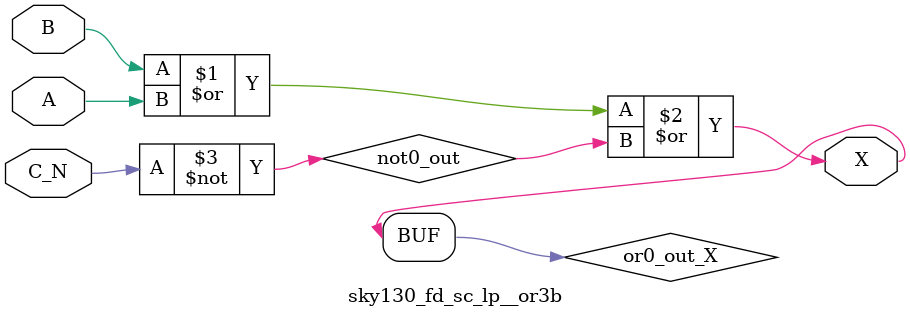
<source format=v>
/*
 * Copyright 2020 The SkyWater PDK Authors
 *
 * Licensed under the Apache License, Version 2.0 (the "License");
 * you may not use this file except in compliance with the License.
 * You may obtain a copy of the License at
 *
 *     https://www.apache.org/licenses/LICENSE-2.0
 *
 * Unless required by applicable law or agreed to in writing, software
 * distributed under the License is distributed on an "AS IS" BASIS,
 * WITHOUT WARRANTIES OR CONDITIONS OF ANY KIND, either express or implied.
 * See the License for the specific language governing permissions and
 * limitations under the License.
 *
 * SPDX-License-Identifier: Apache-2.0
*/


`ifndef SKY130_FD_SC_LP__OR3B_FUNCTIONAL_V
`define SKY130_FD_SC_LP__OR3B_FUNCTIONAL_V

/**
 * or3b: 3-input OR, first input inverted.
 *
 * Verilog simulation functional model.
 */

`timescale 1ns / 1ps
`default_nettype none

`celldefine
module sky130_fd_sc_lp__or3b (
    X  ,
    A  ,
    B  ,
    C_N
);

    // Module ports
    output X  ;
    input  A  ;
    input  B  ;
    input  C_N;

    // Local signals
    wire not0_out ;
    wire or0_out_X;

    //  Name  Output     Other arguments
    not not0 (not0_out , C_N            );
    or  or0  (or0_out_X, B, A, not0_out );
    buf buf0 (X        , or0_out_X      );

endmodule
`endcelldefine

`default_nettype wire
`endif  // SKY130_FD_SC_LP__OR3B_FUNCTIONAL_V

</source>
